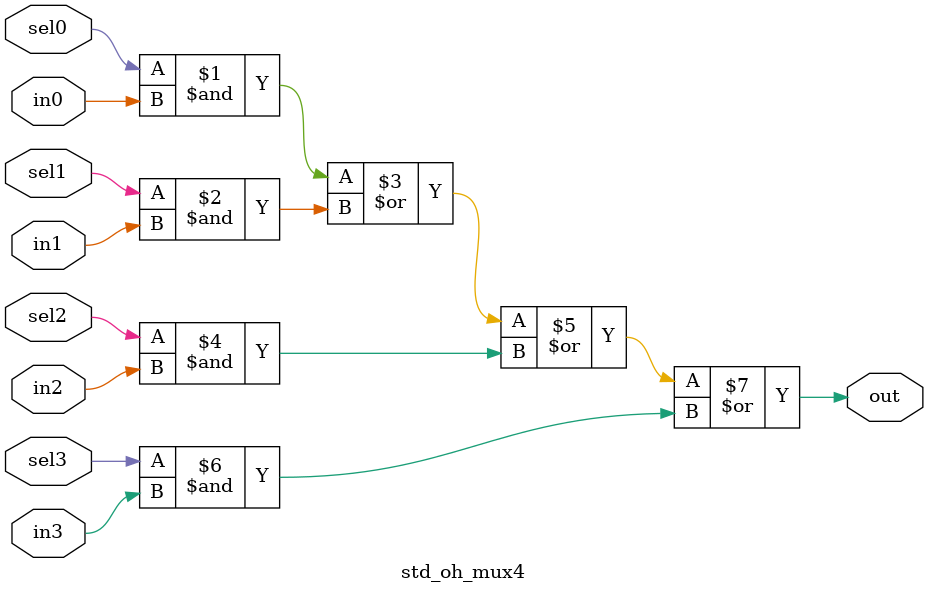
<source format=sv>


module std_oh_mux4 #(parameter DW = 1 ) // width of mux
(
	input 	    sel3,
	input 	    sel2,
	input 	    sel1,
	input 	    sel0,
	input [DW-1:0]  in3,
	input [DW-1:0]  in2,
	input [DW-1:0]  in1,
	input [DW-1:0]  in0, 
	output [DW-1:0] out  //selected data output
);

assign out[DW-1:0] = ({(DW){sel0}} & in0[DW-1:0] /*IN 0*/ | 
	{(DW){sel1}} & in1[DW-1:0] /*IN 1*/ | 
	{(DW){sel2}} & in2[DW-1:0] /*IN 2*/ | 
	{(DW){sel3}} & in3[DW-1:0] /*IN 3*/);

endmodule // std_oh_mux4


</source>
